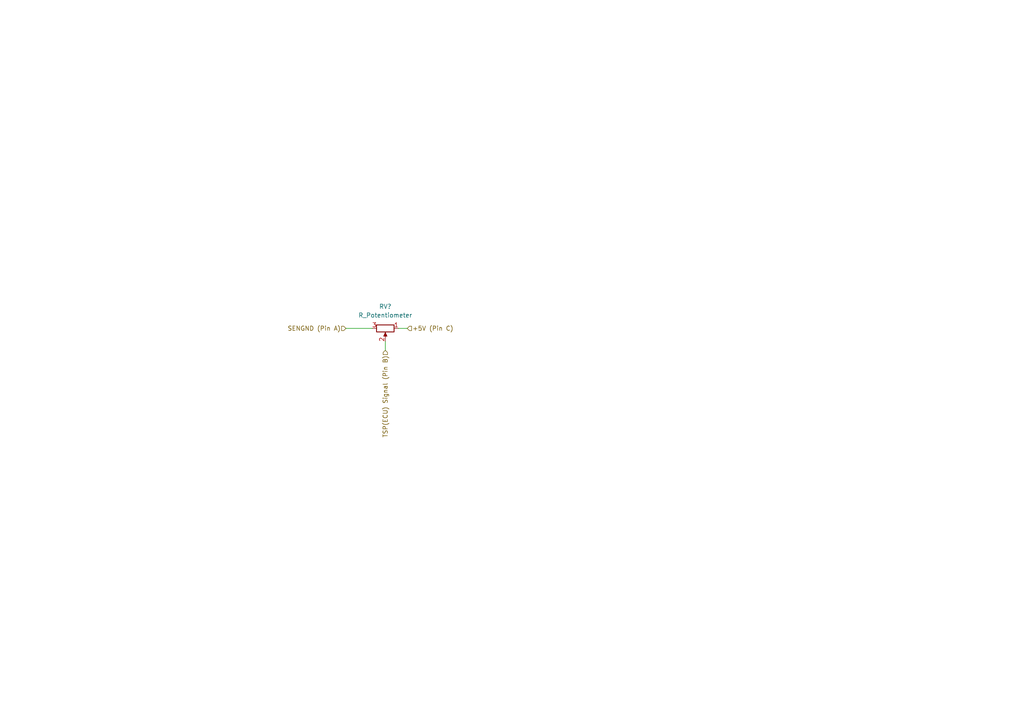
<source format=kicad_sch>
(kicad_sch (version 20211123) (generator eeschema)
  (paper "A4")
  (lib_symbols
    (symbol "Device:R_Potentiometer" (pin_names (offset 1.016) hide)
      (property "Reference" "RV" (at -4.445 0 90))
      (property "Value" "R_Potentiometer" (at -2.54 0 90))
      (symbol "R_Potentiometer_0_1"
        (polyline (pts (xy 2.54 0) (xy 1.524 0)))
        (polyline (pts (xy 1.143 0) (xy 2.286 0.508) (xy 2.286 -0.508) (xy 1.143 0)) (fill (type outline)))
        (rectangle (start 1.016 2.54) (end -1.016 -2.54) (stroke (width 0.254)))
      )
      (symbol "R_Potentiometer_1_1"
        (pin passive line (at 0 3.81 270) (length 1.27) (name "1") (number "1"))
        (pin passive line (at 3.81 0 180) (length 1.27) (name "2") (number "2"))
        (pin passive line (at 0 -3.81 90) (length 1.27) (name "3") (number "3"))
      )
    )
  )
  (wire (pts (xy 100.33 95.25) (xy 107.95 95.25)))
  (wire (pts (xy 111.76 99.06) (xy 111.76 101.6)))
  (wire (pts (xy 115.57 95.25) (xy 118.11 95.25)))
  (hierarchical_label "SENGND (Pin A)" (shape input) (at 100.33 95.25 180))
  (hierarchical_label "+5V (Pin C)" (shape input) (at 118.11 95.25 0))
  (hierarchical_label "TSP(ECU) Signal (Pin B)" (shape input) (at 111.76 101.6 270))
  (symbol (lib_id "Device:R_Potentiometer") (at 111.76 95.25 270) (unit 1)
    (property "Reference" "RV?" (at 111.76 88.9 90))
    (property "Value" "R_Potentiometer" (at 111.76 91.44 90))
  )
)
</source>
